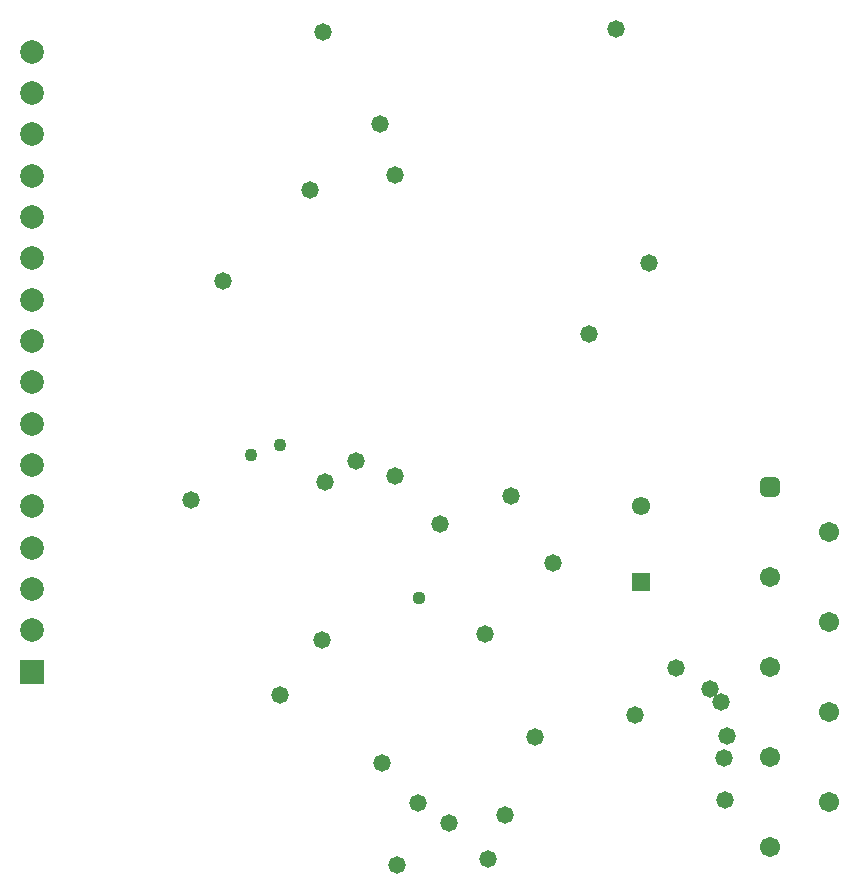
<source format=gbs>
G04*
G04 #@! TF.GenerationSoftware,Altium Limited,Altium Designer,24.10.1 (45)*
G04*
G04 Layer_Color=16711935*
%FSLAX44Y44*%
%MOMM*%
G71*
G04*
G04 #@! TF.SameCoordinates,DF843893-4558-481A-A0A7-994FBF74EE7B*
G04*
G04*
G04 #@! TF.FilePolarity,Negative*
G04*
G01*
G75*
%ADD56C,1.7032*%
G04:AMPARAMS|DCode=57|XSize=1.7032mm|YSize=1.7032mm|CornerRadius=0.4766mm|HoleSize=0mm|Usage=FLASHONLY|Rotation=90.000|XOffset=0mm|YOffset=0mm|HoleType=Round|Shape=RoundedRectangle|*
%AMROUNDEDRECTD57*
21,1,1.7032,0.7500,0,0,90.0*
21,1,0.7500,1.7032,0,0,90.0*
1,1,0.9532,0.3750,0.3750*
1,1,0.9532,0.3750,-0.3750*
1,1,0.9532,-0.3750,-0.3750*
1,1,0.9532,-0.3750,0.3750*
%
%ADD57ROUNDEDRECTD57*%
%ADD58R,2.0032X2.0032*%
%ADD59C,2.0032*%
%ADD60R,1.5532X1.5532*%
%ADD61C,1.5532*%
%ADD62C,1.4732*%
%ADD63C,1.1176*%
%ADD64C,1.0922*%
D56*
X712470Y80010D02*
D03*
X662470Y118110D02*
D03*
Y194310D02*
D03*
Y270510D02*
D03*
X712470Y308610D02*
D03*
Y232410D02*
D03*
Y156210D02*
D03*
X662470Y41910D02*
D03*
D57*
Y346710D02*
D03*
D58*
X38100Y190350D02*
D03*
D59*
Y225350D02*
D03*
Y260350D02*
D03*
Y295350D02*
D03*
Y330350D02*
D03*
Y365350D02*
D03*
Y400350D02*
D03*
Y435350D02*
D03*
Y470350D02*
D03*
Y505350D02*
D03*
Y540350D02*
D03*
Y575350D02*
D03*
Y610350D02*
D03*
Y645350D02*
D03*
Y680350D02*
D03*
Y715350D02*
D03*
D60*
X553720Y266450D02*
D03*
D61*
Y330450D02*
D03*
D62*
X364490Y78740D02*
D03*
X424070Y31750D02*
D03*
X391160Y62230D02*
D03*
X438040Y68580D02*
D03*
X346710Y26670D02*
D03*
X582930Y193040D02*
D03*
X548640Y153670D02*
D03*
X463550Y134620D02*
D03*
X478790Y281940D02*
D03*
X383540Y314960D02*
D03*
X247650Y170180D02*
D03*
X621231Y164653D02*
D03*
X612140Y175260D02*
D03*
X626110Y135890D02*
D03*
X334010Y113030D02*
D03*
X623570Y116840D02*
D03*
X624840Y81280D02*
D03*
X443230Y339090D02*
D03*
X345440Y355600D02*
D03*
X283210Y217170D02*
D03*
X172720Y335280D02*
D03*
X421640Y222250D02*
D03*
X560070Y535940D02*
D03*
X285750Y350520D02*
D03*
X273050Y598170D02*
D03*
X345440Y610870D02*
D03*
X312420Y368300D02*
D03*
X509270Y476250D02*
D03*
X332740Y654050D02*
D03*
X532130Y734060D02*
D03*
X284480Y731520D02*
D03*
X199468Y520778D02*
D03*
D63*
X365760Y252330D02*
D03*
D64*
X223520Y373380D02*
D03*
X247650Y382270D02*
D03*
M02*

</source>
